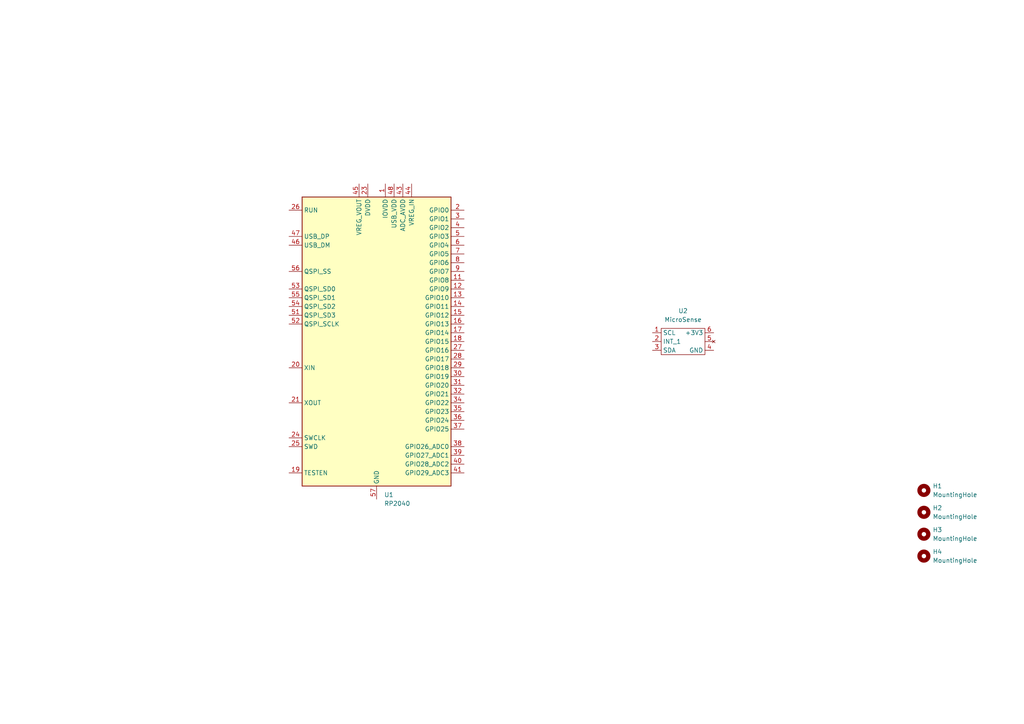
<source format=kicad_sch>
(kicad_sch (version 20231120) (generator "eeschema") (generator_version "8.0")
  (paper "A4")
  (lib_symbols
    (symbol "MCU_RaspberryPi:RP2040"
      (property "Reference" "U" (at 17.78 45.72 0))
      (property "Value" "RP2040" (at 17.78 43.18 0))
      (symbol "RP2040_0_1"
        (rectangle (start -21.59 41.91) (end 21.59 -41.91) (stroke (width 0.254)) (fill (type background)))
      )
      (symbol "RP2040_1_1"
        (pin power_in line (at 2.54 45.72 270) (length 3.81) (name "IOVDD") (number "1"))
        (pin passive line (at 2.54 45.72 270) (length 3.81) hide (name "IOVDD") (number "10"))
        (pin bidirectional line (at 25.4 17.78 180) (length 3.81) (name "GPIO8") (number "11"))
        (pin bidirectional line (at 25.4 15.24 180) (length 3.81) (name "GPIO9") (number "12"))
        (pin bidirectional line (at 25.4 12.7 180) (length 3.81) (name "GPIO10") (number "13"))
        (pin bidirectional line (at 25.4 10.16 180) (length 3.81) (name "GPIO11") (number "14"))
        (pin bidirectional line (at 25.4 7.62 180) (length 3.81) (name "GPIO12") (number "15"))
        (pin bidirectional line (at 25.4 5.08 180) (length 3.81) (name "GPIO13") (number "16"))
        (pin bidirectional line (at 25.4 2.54 180) (length 3.81) (name "GPIO14") (number "17"))
        (pin bidirectional line (at 25.4 0 180) (length 3.81) (name "GPIO15") (number "18"))
        (pin input line (at -25.4 -38.1 0) (length 3.81) (name "TESTEN") (number "19"))
        (pin bidirectional line (at 25.4 38.1 180) (length 3.81) (name "GPIO0") (number "2"))
        (pin input line (at -25.4 -7.62 0) (length 3.81) (name "XIN") (number "20"))
        (pin passive line (at -25.4 -17.78 0) (length 3.81) (name "XOUT") (number "21"))
        (pin passive line (at 2.54 45.72 270) (length 3.81) hide (name "IOVDD") (number "22"))
        (pin power_in line (at -2.54 45.72 270) (length 3.81) (name "DVDD") (number "23"))
        (pin input line (at -25.4 -27.94 0) (length 3.81) (name "SWCLK") (number "24"))
        (pin bidirectional line (at -25.4 -30.48 0) (length 3.81) (name "SWD") (number "25"))
        (pin input line (at -25.4 38.1 0) (length 3.81) (name "RUN") (number "26"))
        (pin bidirectional line (at 25.4 -2.54 180) (length 3.81) (name "GPIO16") (number "27"))
        (pin bidirectional line (at 25.4 -5.08 180) (length 3.81) (name "GPIO17") (number "28"))
        (pin bidirectional line (at 25.4 -7.62 180) (length 3.81) (name "GPIO18") (number "29"))
        (pin bidirectional line (at 25.4 35.56 180) (length 3.81) (name "GPIO1") (number "3"))
        (pin bidirectional line (at 25.4 -10.16 180) (length 3.81) (name "GPIO19") (number "30"))
        (pin bidirectional line (at 25.4 -12.7 180) (length 3.81) (name "GPIO20") (number "31"))
        (pin bidirectional line (at 25.4 -15.24 180) (length 3.81) (name "GPIO21") (number "32"))
        (pin passive line (at 2.54 45.72 270) (length 3.81) hide (name "IOVDD") (number "33"))
        (pin bidirectional line (at 25.4 -17.78 180) (length 3.81) (name "GPIO22") (number "34"))
        (pin bidirectional line (at 25.4 -20.32 180) (length 3.81) (name "GPIO23") (number "35"))
        (pin bidirectional line (at 25.4 -22.86 180) (length 3.81) (name "GPIO24") (number "36"))
        (pin bidirectional line (at 25.4 -25.4 180) (length 3.81) (name "GPIO25") (number "37"))
        (pin bidirectional line (at 25.4 -30.48 180) (length 3.81) (name "GPIO26_ADC0") (number "38"))
        (pin bidirectional line (at 25.4 -33.02 180) (length 3.81) (name "GPIO27_ADC1") (number "39"))
        (pin bidirectional line (at 25.4 33.02 180) (length 3.81) (name "GPIO2") (number "4"))
        (pin bidirectional line (at 25.4 -35.56 180) (length 3.81) (name "GPIO28_ADC2") (number "40"))
        (pin bidirectional line (at 25.4 -38.1 180) (length 3.81) (name "GPIO29_ADC3") (number "41"))
        (pin passive line (at 2.54 45.72 270) (length 3.81) hide (name "IOVDD") (number "42"))
        (pin power_in line (at 7.62 45.72 270) (length 3.81) (name "ADC_AVDD") (number "43"))
        (pin power_in line (at 10.16 45.72 270) (length 3.81) (name "VREG_IN") (number "44"))
        (pin power_out line (at -5.08 45.72 270) (length 3.81) (name "VREG_VOUT") (number "45"))
        (pin bidirectional line (at -25.4 27.94 0) (length 3.81) (name "USB_DM") (number "46"))
        (pin bidirectional line (at -25.4 30.48 0) (length 3.81) (name "USB_DP") (number "47"))
        (pin power_in line (at 5.08 45.72 270) (length 3.81) (name "USB_VDD") (number "48"))
        (pin passive line (at 2.54 45.72 270) (length 3.81) hide (name "IOVDD") (number "49"))
        (pin bidirectional line (at 25.4 30.48 180) (length 3.81) (name "GPIO3") (number "5"))
        (pin passive line (at -2.54 45.72 270) (length 3.81) hide (name "DVDD") (number "50"))
        (pin bidirectional line (at -25.4 7.62 0) (length 3.81) (name "QSPI_SD3") (number "51"))
        (pin output line (at -25.4 5.08 0) (length 3.81) (name "QSPI_SCLK") (number "52"))
        (pin bidirectional line (at -25.4 15.24 0) (length 3.81) (name "QSPI_SD0") (number "53"))
        (pin bidirectional line (at -25.4 10.16 0) (length 3.81) (name "QSPI_SD2") (number "54"))
        (pin bidirectional line (at -25.4 12.7 0) (length 3.81) (name "QSPI_SD1") (number "55"))
        (pin bidirectional line (at -25.4 20.32 0) (length 3.81) (name "QSPI_SS") (number "56"))
        (pin power_in line (at 0 -45.72 90) (length 3.81) (name "GND") (number "57"))
        (pin bidirectional line (at 25.4 27.94 180) (length 3.81) (name "GPIO4") (number "6"))
        (pin bidirectional line (at 25.4 25.4 180) (length 3.81) (name "GPIO5") (number "7"))
        (pin bidirectional line (at 25.4 22.86 180) (length 3.81) (name "GPIO6") (number "8"))
        (pin bidirectional line (at 25.4 20.32 180) (length 3.81) (name "GPIO7") (number "9"))
      )
    )
    (symbol "Mechanical:MountingHole" (pin_names (offset 1.016)) (exclude_from_sim yes) (in_bom no)
      (property "Reference" "H" (at 0 5.08 0))
      (property "Value" "MountingHole" (at 0 3.175 0))
      (symbol "MountingHole_0_1"
        (circle (center 0 0) (radius 1.27) (stroke (width 1.27)))
      )
    )
    (symbol "UCA Symbols:MicroSense"
      (property "Reference" "U4" (at 0 12.7 0))
      (property "Value" "~" (at 0 10.16 0))
      (symbol "MicroSense_1_1"
        (rectangle (start -6.35 8.89) (end 6.35 1.27))
        (pin output line (at -8.89 7.62 0) (length 2.54) (name "SCL") (number "1"))
        (pin output line (at -8.89 5.08 0) (length 2.54) (name "INT_1") (number "2"))
        (pin output line (at -8.89 2.54 0) (length 2.54) (name "SDA") (number "3"))
        (pin input line (at 8.89 2.54 180) (length 2.54) (name "GND") (number "4"))
        (pin no_connect line (at 8.89 5.08 180) (length 2.54) (name "") (number "5"))
        (pin input line (at 8.89 7.62 180) (length 2.54) (name "+3V3") (number "6"))
      )
    )
  )
  (symbol (lib_id "UCA Symbols:MicroSense") (at 198.12 104.14 0) (unit 1)
    (property "Reference" "U2" (at 198.12 90.17 0))
    (property "Value" "MicroSense" (at 198.12 92.71 0))
    (property "Footprint" "Sense Board:UCA_Sense" (effects (hide yes)))
  )
  (symbol (lib_id "Mechanical:MountingHole") (at 267.97 142.24 0) (unit 1) (exclude_from_sim yes) (in_bom no)
    (property "Reference" "H1" (at 270.51 140.9699 0) (effects (justify left)))
    (property "Value" "MountingHole" (at 270.51 143.5099 0) (effects (justify left)))
    (property "Footprint" "MountingHole:MountingHole_3mm" (effects (hide yes)))
    (property "Description" "Mounting Hole without connection" (effects (hide yes)))
  )
  (symbol (lib_id "MCU_RaspberryPi:RP2040") (at 109.22 99.06 0) (unit 1)
    (property "Reference" "U1" (at 111.4141 143.51 0) (effects (justify left)))
    (property "Value" "RP2040" (at 111.4141 146.05 0) (effects (justify left)))
    (property "Footprint" "Package_DFN_QFN:QFN-56-1EP_7x7mm_P0.4mm_EP3.2x3.2mm" (effects (hide yes)))
    (property "Datasheet" "https://datasheets.raspberrypi.com/rp2040/rp2040-datasheet.pdf" (effects (hide yes)))
    (property "Description" "A microcontroller by Raspberry Pi" (effects (hide yes)))
  )
  (symbol (lib_id "Mechanical:MountingHole") (at 267.97 161.29 0) (unit 1) (exclude_from_sim yes) (in_bom no)
    (property "Reference" "H4" (at 270.51 160.0199 0) (effects (justify left)))
    (property "Value" "MountingHole" (at 270.51 162.5599 0) (effects (justify left)))
    (property "Footprint" "MountingHole:MountingHole_3mm" (effects (hide yes)))
    (property "Description" "Mounting Hole without connection" (effects (hide yes)))
  )
  (symbol (lib_id "Mechanical:MountingHole") (at 267.97 154.94 0) (unit 1) (exclude_from_sim yes) (in_bom no)
    (property "Reference" "H3" (at 270.51 153.6699 0) (effects (justify left)))
    (property "Value" "MountingHole" (at 270.51 156.2099 0) (effects (justify left)))
    (property "Footprint" "MountingHole:MountingHole_3mm" (effects (hide yes)))
    (property "Description" "Mounting Hole without connection" (effects (hide yes)))
  )
  (symbol (lib_id "Mechanical:MountingHole") (at 267.97 148.59 0) (unit 1) (exclude_from_sim yes) (in_bom no)
    (property "Reference" "H2" (at 270.51 147.3199 0) (effects (justify left)))
    (property "Value" "MountingHole" (at 270.51 149.8599 0) (effects (justify left)))
    (property "Footprint" "MountingHole:MountingHole_3mm" (effects (hide yes)))
    (property "Description" "Mounting Hole without connection" (effects (hide yes)))
  )
)
</source>
